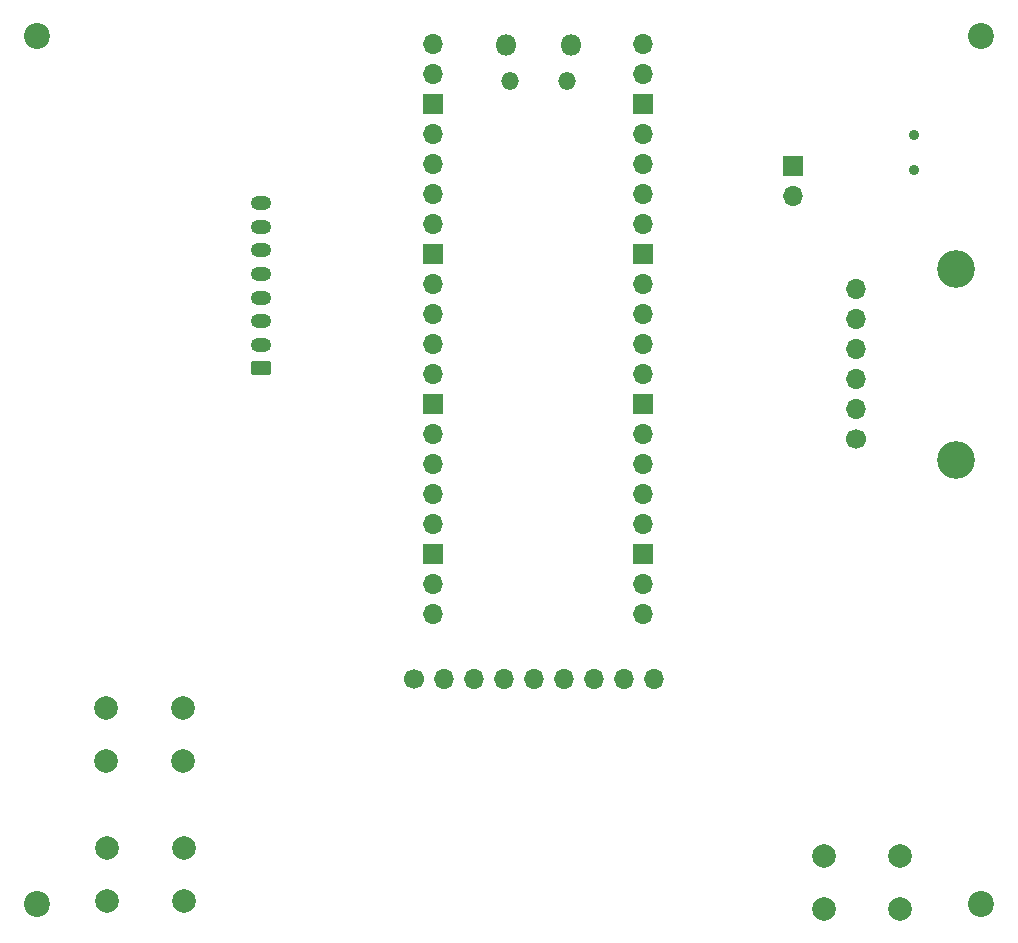
<source format=gbr>
%TF.GenerationSoftware,KiCad,Pcbnew,(6.0.7-1)-1*%
%TF.CreationDate,2022-12-28T22:22:49+00:00*%
%TF.ProjectId,pico-gps-datalogger,7069636f-2d67-4707-932d-646174616c6f,rev?*%
%TF.SameCoordinates,Original*%
%TF.FileFunction,Soldermask,Bot*%
%TF.FilePolarity,Negative*%
%FSLAX46Y46*%
G04 Gerber Fmt 4.6, Leading zero omitted, Abs format (unit mm)*
G04 Created by KiCad (PCBNEW (6.0.7-1)-1) date 2022-12-28 22:22:49*
%MOMM*%
%LPD*%
G01*
G04 APERTURE LIST*
G04 Aperture macros list*
%AMRoundRect*
0 Rectangle with rounded corners*
0 $1 Rounding radius*
0 $2 $3 $4 $5 $6 $7 $8 $9 X,Y pos of 4 corners*
0 Add a 4 corners polygon primitive as box body*
4,1,4,$2,$3,$4,$5,$6,$7,$8,$9,$2,$3,0*
0 Add four circle primitives for the rounded corners*
1,1,$1+$1,$2,$3*
1,1,$1+$1,$4,$5*
1,1,$1+$1,$6,$7*
1,1,$1+$1,$8,$9*
0 Add four rect primitives between the rounded corners*
20,1,$1+$1,$2,$3,$4,$5,0*
20,1,$1+$1,$4,$5,$6,$7,0*
20,1,$1+$1,$6,$7,$8,$9,0*
20,1,$1+$1,$8,$9,$2,$3,0*%
G04 Aperture macros list end*
%ADD10C,1.700000*%
%ADD11O,1.700000X1.700000*%
%ADD12C,2.200000*%
%ADD13RoundRect,0.250000X0.625000X-0.350000X0.625000X0.350000X-0.625000X0.350000X-0.625000X-0.350000X0*%
%ADD14O,1.750000X1.200000*%
%ADD15C,3.200000*%
%ADD16C,0.900000*%
%ADD17C,2.000000*%
%ADD18R,1.700000X1.700000*%
%ADD19O,1.500000X1.500000*%
%ADD20O,1.800000X1.800000*%
G04 APERTURE END LIST*
D10*
%TO.C,J4*%
X166510000Y-103660000D03*
D11*
X166510000Y-101120000D03*
X166510000Y-98580000D03*
X166510000Y-96040000D03*
X166510000Y-93500000D03*
X166510000Y-90960000D03*
%TD*%
D12*
%TO.C,H4*%
X177100000Y-143000000D03*
%TD*%
%TO.C,H1*%
X97200000Y-69500000D03*
%TD*%
D10*
%TO.C,J2*%
X129100000Y-123960000D03*
D11*
X131640000Y-123960000D03*
X134180000Y-123960000D03*
X136720000Y-123960000D03*
X139260000Y-123960000D03*
X141800000Y-123960000D03*
X144340000Y-123960000D03*
X146880000Y-123960000D03*
X149420000Y-123960000D03*
%TD*%
D12*
%TO.C,H2*%
X177100000Y-69500000D03*
%TD*%
D13*
%TO.C,J1*%
X116120000Y-97680000D03*
D14*
X116120000Y-95680000D03*
X116120000Y-93680000D03*
X116120000Y-91680000D03*
X116120000Y-89680000D03*
X116120000Y-87680000D03*
X116120000Y-85680000D03*
X116120000Y-83680000D03*
%TD*%
D12*
%TO.C,H3*%
X97200000Y-143000000D03*
%TD*%
D15*
%TO.C,H6*%
X175000000Y-105400000D03*
%TD*%
D16*
%TO.C,SW4*%
X171440000Y-77880000D03*
X171440000Y-80880000D03*
%TD*%
D17*
%TO.C,SW1*%
X109540000Y-126440000D03*
X103040000Y-126440000D03*
X103040000Y-130940000D03*
X109540000Y-130940000D03*
%TD*%
%TO.C,SW3*%
X170280000Y-138920000D03*
X163780000Y-138920000D03*
X163780000Y-143420000D03*
X170280000Y-143420000D03*
%TD*%
D18*
%TO.C,J3*%
X161160000Y-80500000D03*
D11*
X161160000Y-83040000D03*
%TD*%
D19*
%TO.C,U3*%
X142060000Y-73335000D03*
X137210000Y-73335000D03*
D20*
X142360000Y-70305000D03*
X136910000Y-70305000D03*
D11*
X130745000Y-70175000D03*
X130745000Y-72715000D03*
D18*
X130745000Y-75255000D03*
D11*
X130745000Y-77795000D03*
X130745000Y-80335000D03*
X130745000Y-82875000D03*
X130745000Y-85415000D03*
D18*
X130745000Y-87955000D03*
D11*
X130745000Y-90495000D03*
X130745000Y-93035000D03*
X130745000Y-95575000D03*
X130745000Y-98115000D03*
D18*
X130745000Y-100655000D03*
D11*
X130745000Y-103195000D03*
X130745000Y-105735000D03*
X130745000Y-108275000D03*
X130745000Y-110815000D03*
D18*
X130745000Y-113355000D03*
D11*
X130745000Y-115895000D03*
X130745000Y-118435000D03*
X148525000Y-118435000D03*
X148525000Y-115895000D03*
D18*
X148525000Y-113355000D03*
D11*
X148525000Y-110815000D03*
X148525000Y-108275000D03*
X148525000Y-105735000D03*
X148525000Y-103195000D03*
D18*
X148525000Y-100655000D03*
D11*
X148525000Y-98115000D03*
X148525000Y-95575000D03*
X148525000Y-93035000D03*
X148525000Y-90495000D03*
D18*
X148525000Y-87955000D03*
D11*
X148525000Y-85415000D03*
X148525000Y-82875000D03*
X148525000Y-80335000D03*
X148525000Y-77795000D03*
D18*
X148525000Y-75255000D03*
D11*
X148525000Y-72715000D03*
X148525000Y-70175000D03*
%TD*%
D17*
%TO.C,SW2*%
X103120000Y-138290000D03*
X109620000Y-138290000D03*
X103120000Y-142790000D03*
X109620000Y-142790000D03*
%TD*%
D15*
%TO.C,H5*%
X175020000Y-89240000D03*
%TD*%
M02*

</source>
